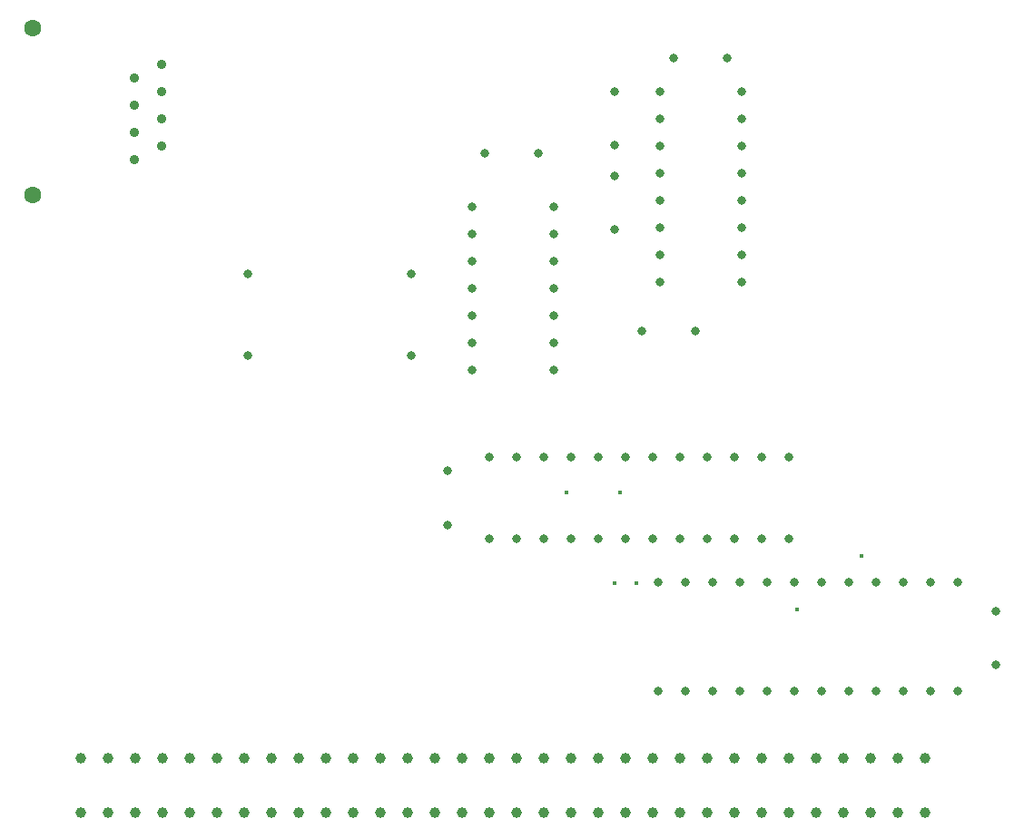
<source format=gbr>
%TF.GenerationSoftware,KiCad,Pcbnew,(6.0.7)*%
%TF.CreationDate,2023-04-30T15:32:51-06:00*%
%TF.ProjectId,serial_board,73657269-616c-45f6-926f-6172642e6b69,rev?*%
%TF.SameCoordinates,Original*%
%TF.FileFunction,Plated,1,2,PTH,Drill*%
%TF.FilePolarity,Positive*%
%FSLAX46Y46*%
G04 Gerber Fmt 4.6, Leading zero omitted, Abs format (unit mm)*
G04 Created by KiCad (PCBNEW (6.0.7)) date 2023-04-30 15:32:51*
%MOMM*%
%LPD*%
G01*
G04 APERTURE LIST*
%TA.AperFunction,ViaDrill*%
%ADD10C,0.400000*%
%TD*%
%TA.AperFunction,ComponentDrill*%
%ADD11C,0.800000*%
%TD*%
%TA.AperFunction,ComponentDrill*%
%ADD12C,0.900000*%
%TD*%
%TA.AperFunction,ComponentDrill*%
%ADD13C,1.000000*%
%TD*%
%TA.AperFunction,ComponentDrill*%
%ADD14C,1.600000*%
%TD*%
G04 APERTURE END LIST*
D10*
X144500000Y-124500000D03*
X149000000Y-133000000D03*
X149500000Y-124500000D03*
X151000000Y-133000000D03*
X166000000Y-135500000D03*
X172000000Y-130500000D03*
D11*
%TO.C,X1*%
X114766914Y-104100293D03*
X114766914Y-111720293D03*
X130006914Y-104100293D03*
X130006914Y-111720293D03*
%TO.C,C2*%
X133418637Y-122547290D03*
X133418637Y-127547290D03*
%TO.C,U1*%
X135700000Y-97875000D03*
X135700000Y-100415000D03*
X135700000Y-102955000D03*
X135700000Y-105495000D03*
X135700000Y-108035000D03*
X135700000Y-110575000D03*
X135700000Y-113115000D03*
%TO.C,C1*%
X136886914Y-92910293D03*
%TO.C,U2*%
X137318637Y-121227290D03*
X137318637Y-128847290D03*
X139858637Y-121227290D03*
X139858637Y-128847290D03*
%TO.C,C1*%
X141886914Y-92910293D03*
%TO.C,U2*%
X142398637Y-121227290D03*
X142398637Y-128847290D03*
%TO.C,U1*%
X143320000Y-97875000D03*
X143320000Y-100415000D03*
X143320000Y-102955000D03*
X143320000Y-105495000D03*
X143320000Y-108035000D03*
X143320000Y-110575000D03*
X143320000Y-113115000D03*
%TO.C,U2*%
X144938637Y-121227290D03*
X144938637Y-128847290D03*
X147478637Y-121227290D03*
X147478637Y-128847290D03*
%TO.C,C3*%
X149000000Y-87118057D03*
X149000000Y-92118057D03*
%TO.C,C4*%
X149000000Y-95000000D03*
X149000000Y-100000000D03*
%TO.C,U2*%
X150018637Y-121227290D03*
X150018637Y-128847290D03*
%TO.C,C6*%
X151500000Y-109500000D03*
%TO.C,U2*%
X152558637Y-121227290D03*
X152558637Y-128847290D03*
%TO.C,U3*%
X153035000Y-132900000D03*
X153035000Y-143060000D03*
%TO.C,U4*%
X153200000Y-87125000D03*
X153200000Y-89665000D03*
X153200000Y-92205000D03*
X153200000Y-94745000D03*
X153200000Y-97285000D03*
X153200000Y-99825000D03*
X153200000Y-102365000D03*
X153200000Y-104905000D03*
%TO.C,C5*%
X154500000Y-84000000D03*
%TO.C,U2*%
X155098637Y-121227290D03*
X155098637Y-128847290D03*
%TO.C,U3*%
X155575000Y-132900000D03*
X155575000Y-143060000D03*
%TO.C,C6*%
X156500000Y-109500000D03*
%TO.C,U2*%
X157638637Y-121227290D03*
X157638637Y-128847290D03*
%TO.C,U3*%
X158115000Y-132900000D03*
X158115000Y-143060000D03*
%TO.C,C5*%
X159500000Y-84000000D03*
%TO.C,U2*%
X160178637Y-121227290D03*
X160178637Y-128847290D03*
%TO.C,U3*%
X160655000Y-132900000D03*
X160655000Y-143060000D03*
%TO.C,U4*%
X160820000Y-87125000D03*
X160820000Y-89665000D03*
X160820000Y-92205000D03*
X160820000Y-94745000D03*
X160820000Y-97285000D03*
X160820000Y-99825000D03*
X160820000Y-102365000D03*
X160820000Y-104905000D03*
%TO.C,U2*%
X162718637Y-121227290D03*
X162718637Y-128847290D03*
%TO.C,U3*%
X163195000Y-132900000D03*
X163195000Y-143060000D03*
%TO.C,U2*%
X165258637Y-121227290D03*
X165258637Y-128847290D03*
%TO.C,U3*%
X165735000Y-132900000D03*
X165735000Y-143060000D03*
X168275000Y-132900000D03*
X168275000Y-143060000D03*
X170815000Y-132900000D03*
X170815000Y-143060000D03*
X173355000Y-132900000D03*
X173355000Y-143060000D03*
X175895000Y-132900000D03*
X175895000Y-143060000D03*
X178435000Y-132900000D03*
X178435000Y-143060000D03*
X180975000Y-132900000D03*
X180975000Y-143060000D03*
%TO.C,C7*%
X184518142Y-135607050D03*
X184518142Y-140607050D03*
D12*
%TO.C,J2*%
X104194459Y-85832394D03*
X104194459Y-88372394D03*
X104194459Y-90912394D03*
X104194459Y-93452394D03*
X106734459Y-84562394D03*
X106734459Y-87102394D03*
X106734459Y-89642394D03*
X106734459Y-92182394D03*
D13*
%TO.C,J1*%
X99242555Y-149353091D03*
X99242555Y-154433091D03*
X101782555Y-149353091D03*
X101782555Y-154433091D03*
X104322555Y-149353091D03*
X104322555Y-154433091D03*
X106862555Y-149353091D03*
X106862555Y-154433091D03*
X109402555Y-149353091D03*
X109402555Y-154433091D03*
X111942555Y-149353091D03*
X111942555Y-154433091D03*
X114482555Y-149353091D03*
X114482555Y-154433091D03*
X117022555Y-149353091D03*
X117022555Y-154433091D03*
X119562555Y-149353091D03*
X119562555Y-154433091D03*
X122102555Y-149353091D03*
X122102555Y-154433091D03*
X124642555Y-149353091D03*
X124642555Y-154433091D03*
X127182555Y-149353091D03*
X127182555Y-154433091D03*
X129722555Y-149353091D03*
X129722555Y-154433091D03*
X132262555Y-149353091D03*
X132262555Y-154433091D03*
X134802555Y-149353091D03*
X134802555Y-154433091D03*
X137342555Y-149353091D03*
X137342555Y-154433091D03*
X139882555Y-149353091D03*
X139882555Y-154433091D03*
X142422555Y-149353091D03*
X142422555Y-154433091D03*
X144962555Y-149353091D03*
X144962555Y-154433091D03*
X147502555Y-149353091D03*
X147502555Y-154433091D03*
X150042555Y-149353091D03*
X150042555Y-154433091D03*
X152582555Y-149353091D03*
X152582555Y-154433091D03*
X155122555Y-149353091D03*
X155122555Y-154433091D03*
X157662555Y-149353091D03*
X157662555Y-154433091D03*
X160202555Y-149353091D03*
X160202555Y-154433091D03*
X162742555Y-149353091D03*
X162742555Y-154433091D03*
X165282555Y-149353091D03*
X165282555Y-154433091D03*
X167822555Y-149353091D03*
X167822555Y-154433091D03*
X170362555Y-149353091D03*
X170362555Y-154433091D03*
X172902555Y-149353091D03*
X172902555Y-154433091D03*
X175442555Y-149353091D03*
X175442555Y-154433091D03*
X177982555Y-149353091D03*
X177982555Y-154433091D03*
D14*
%TO.C,J2*%
X94755000Y-81230000D03*
X94755000Y-96770000D03*
M02*

</source>
